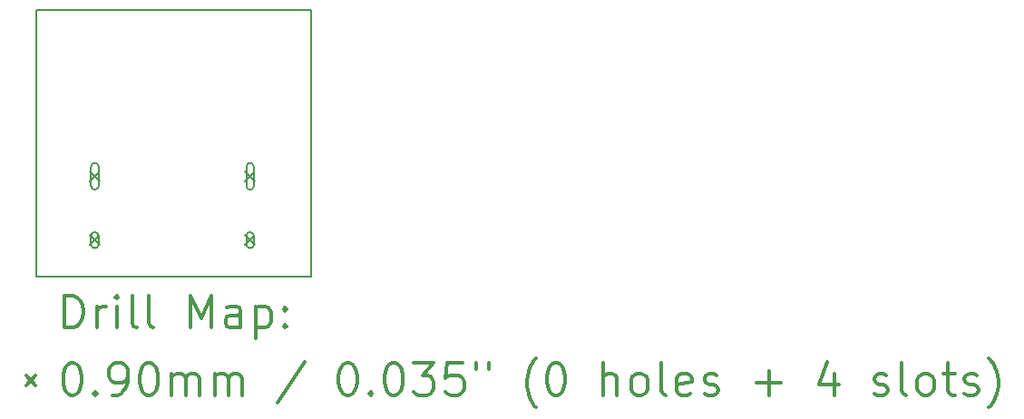
<source format=gbr>
%FSLAX45Y45*%
G04 Gerber Fmt 4.5, Leading zero omitted, Abs format (unit mm)*
G04 Created by KiCad (PCBNEW 4.0.4-stable) date Tuesday 14 February 2017 01:11:53*
%MOMM*%
%LPD*%
G01*
G04 APERTURE LIST*
%ADD10C,0.127000*%
%ADD11C,0.150000*%
%ADD12C,0.200000*%
%ADD13C,0.300000*%
G04 APERTURE END LIST*
D10*
D11*
X14833600Y-12801600D02*
X17399000Y-12801600D01*
X17399000Y-10312400D02*
X14833600Y-10312400D01*
X17399000Y-10312400D02*
X17399000Y-12801600D01*
X14833600Y-12801600D02*
X14833600Y-10312400D01*
D12*
X15333600Y-11816800D02*
X15423600Y-11906800D01*
X15423600Y-11816800D02*
X15333600Y-11906800D01*
X15343600Y-11771800D02*
X15343600Y-11951800D01*
X15413600Y-11771800D02*
X15413600Y-11951800D01*
X15343600Y-11951800D02*
G75*
G03X15413600Y-11951800I35000J0D01*
G01*
X15413600Y-11771800D02*
G75*
G03X15343600Y-11771800I-35000J0D01*
G01*
X15333600Y-12412800D02*
X15423600Y-12502800D01*
X15423600Y-12412800D02*
X15333600Y-12502800D01*
X15343600Y-12417800D02*
X15343600Y-12497800D01*
X15413600Y-12417800D02*
X15413600Y-12497800D01*
X15343600Y-12497800D02*
G75*
G03X15413600Y-12497800I35000J0D01*
G01*
X15413600Y-12417800D02*
G75*
G03X15343600Y-12417800I-35000J0D01*
G01*
X16783600Y-11816800D02*
X16873600Y-11906800D01*
X16873600Y-11816800D02*
X16783600Y-11906800D01*
X16793600Y-11771800D02*
X16793600Y-11951800D01*
X16863600Y-11771800D02*
X16863600Y-11951800D01*
X16793600Y-11951800D02*
G75*
G03X16863600Y-11951800I35000J0D01*
G01*
X16863600Y-11771800D02*
G75*
G03X16793600Y-11771800I-35000J0D01*
G01*
X16783600Y-12412800D02*
X16873600Y-12502800D01*
X16873600Y-12412800D02*
X16783600Y-12502800D01*
X16793600Y-12417800D02*
X16793600Y-12497800D01*
X16863600Y-12417800D02*
X16863600Y-12497800D01*
X16793600Y-12497800D02*
G75*
G03X16863600Y-12497800I35000J0D01*
G01*
X16863600Y-12417800D02*
G75*
G03X16793600Y-12417800I-35000J0D01*
G01*
D13*
X15097528Y-13274814D02*
X15097528Y-12974814D01*
X15168957Y-12974814D01*
X15211814Y-12989100D01*
X15240386Y-13017671D01*
X15254671Y-13046243D01*
X15268957Y-13103386D01*
X15268957Y-13146243D01*
X15254671Y-13203386D01*
X15240386Y-13231957D01*
X15211814Y-13260529D01*
X15168957Y-13274814D01*
X15097528Y-13274814D01*
X15397528Y-13274814D02*
X15397528Y-13074814D01*
X15397528Y-13131957D02*
X15411814Y-13103386D01*
X15426100Y-13089100D01*
X15454671Y-13074814D01*
X15483243Y-13074814D01*
X15583243Y-13274814D02*
X15583243Y-13074814D01*
X15583243Y-12974814D02*
X15568957Y-12989100D01*
X15583243Y-13003386D01*
X15597528Y-12989100D01*
X15583243Y-12974814D01*
X15583243Y-13003386D01*
X15768957Y-13274814D02*
X15740386Y-13260529D01*
X15726100Y-13231957D01*
X15726100Y-12974814D01*
X15926100Y-13274814D02*
X15897528Y-13260529D01*
X15883243Y-13231957D01*
X15883243Y-12974814D01*
X16268957Y-13274814D02*
X16268957Y-12974814D01*
X16368957Y-13189100D01*
X16468957Y-12974814D01*
X16468957Y-13274814D01*
X16740386Y-13274814D02*
X16740386Y-13117671D01*
X16726100Y-13089100D01*
X16697528Y-13074814D01*
X16640386Y-13074814D01*
X16611814Y-13089100D01*
X16740386Y-13260529D02*
X16711814Y-13274814D01*
X16640386Y-13274814D01*
X16611814Y-13260529D01*
X16597528Y-13231957D01*
X16597528Y-13203386D01*
X16611814Y-13174814D01*
X16640386Y-13160529D01*
X16711814Y-13160529D01*
X16740386Y-13146243D01*
X16883243Y-13074814D02*
X16883243Y-13374814D01*
X16883243Y-13089100D02*
X16911814Y-13074814D01*
X16968957Y-13074814D01*
X16997529Y-13089100D01*
X17011814Y-13103386D01*
X17026100Y-13131957D01*
X17026100Y-13217671D01*
X17011814Y-13246243D01*
X16997529Y-13260529D01*
X16968957Y-13274814D01*
X16911814Y-13274814D01*
X16883243Y-13260529D01*
X17154671Y-13246243D02*
X17168957Y-13260529D01*
X17154671Y-13274814D01*
X17140386Y-13260529D01*
X17154671Y-13246243D01*
X17154671Y-13274814D01*
X17154671Y-13089100D02*
X17168957Y-13103386D01*
X17154671Y-13117671D01*
X17140386Y-13103386D01*
X17154671Y-13089100D01*
X17154671Y-13117671D01*
X14736100Y-13724100D02*
X14826100Y-13814100D01*
X14826100Y-13724100D02*
X14736100Y-13814100D01*
X15154671Y-13604814D02*
X15183243Y-13604814D01*
X15211814Y-13619100D01*
X15226100Y-13633386D01*
X15240386Y-13661957D01*
X15254671Y-13719100D01*
X15254671Y-13790529D01*
X15240386Y-13847671D01*
X15226100Y-13876243D01*
X15211814Y-13890529D01*
X15183243Y-13904814D01*
X15154671Y-13904814D01*
X15126100Y-13890529D01*
X15111814Y-13876243D01*
X15097528Y-13847671D01*
X15083243Y-13790529D01*
X15083243Y-13719100D01*
X15097528Y-13661957D01*
X15111814Y-13633386D01*
X15126100Y-13619100D01*
X15154671Y-13604814D01*
X15383243Y-13876243D02*
X15397528Y-13890529D01*
X15383243Y-13904814D01*
X15368957Y-13890529D01*
X15383243Y-13876243D01*
X15383243Y-13904814D01*
X15540386Y-13904814D02*
X15597528Y-13904814D01*
X15626100Y-13890529D01*
X15640386Y-13876243D01*
X15668957Y-13833386D01*
X15683243Y-13776243D01*
X15683243Y-13661957D01*
X15668957Y-13633386D01*
X15654671Y-13619100D01*
X15626100Y-13604814D01*
X15568957Y-13604814D01*
X15540386Y-13619100D01*
X15526100Y-13633386D01*
X15511814Y-13661957D01*
X15511814Y-13733386D01*
X15526100Y-13761957D01*
X15540386Y-13776243D01*
X15568957Y-13790529D01*
X15626100Y-13790529D01*
X15654671Y-13776243D01*
X15668957Y-13761957D01*
X15683243Y-13733386D01*
X15868957Y-13604814D02*
X15897528Y-13604814D01*
X15926100Y-13619100D01*
X15940386Y-13633386D01*
X15954671Y-13661957D01*
X15968957Y-13719100D01*
X15968957Y-13790529D01*
X15954671Y-13847671D01*
X15940386Y-13876243D01*
X15926100Y-13890529D01*
X15897528Y-13904814D01*
X15868957Y-13904814D01*
X15840386Y-13890529D01*
X15826100Y-13876243D01*
X15811814Y-13847671D01*
X15797528Y-13790529D01*
X15797528Y-13719100D01*
X15811814Y-13661957D01*
X15826100Y-13633386D01*
X15840386Y-13619100D01*
X15868957Y-13604814D01*
X16097528Y-13904814D02*
X16097528Y-13704814D01*
X16097528Y-13733386D02*
X16111814Y-13719100D01*
X16140386Y-13704814D01*
X16183243Y-13704814D01*
X16211814Y-13719100D01*
X16226100Y-13747671D01*
X16226100Y-13904814D01*
X16226100Y-13747671D02*
X16240386Y-13719100D01*
X16268957Y-13704814D01*
X16311814Y-13704814D01*
X16340386Y-13719100D01*
X16354671Y-13747671D01*
X16354671Y-13904814D01*
X16497528Y-13904814D02*
X16497528Y-13704814D01*
X16497528Y-13733386D02*
X16511814Y-13719100D01*
X16540386Y-13704814D01*
X16583243Y-13704814D01*
X16611814Y-13719100D01*
X16626100Y-13747671D01*
X16626100Y-13904814D01*
X16626100Y-13747671D02*
X16640386Y-13719100D01*
X16668957Y-13704814D01*
X16711814Y-13704814D01*
X16740386Y-13719100D01*
X16754671Y-13747671D01*
X16754671Y-13904814D01*
X17340386Y-13590529D02*
X17083243Y-13976243D01*
X17726100Y-13604814D02*
X17754671Y-13604814D01*
X17783243Y-13619100D01*
X17797528Y-13633386D01*
X17811814Y-13661957D01*
X17826100Y-13719100D01*
X17826100Y-13790529D01*
X17811814Y-13847671D01*
X17797528Y-13876243D01*
X17783243Y-13890529D01*
X17754671Y-13904814D01*
X17726100Y-13904814D01*
X17697528Y-13890529D01*
X17683243Y-13876243D01*
X17668957Y-13847671D01*
X17654671Y-13790529D01*
X17654671Y-13719100D01*
X17668957Y-13661957D01*
X17683243Y-13633386D01*
X17697528Y-13619100D01*
X17726100Y-13604814D01*
X17954671Y-13876243D02*
X17968957Y-13890529D01*
X17954671Y-13904814D01*
X17940386Y-13890529D01*
X17954671Y-13876243D01*
X17954671Y-13904814D01*
X18154671Y-13604814D02*
X18183243Y-13604814D01*
X18211814Y-13619100D01*
X18226100Y-13633386D01*
X18240386Y-13661957D01*
X18254671Y-13719100D01*
X18254671Y-13790529D01*
X18240386Y-13847671D01*
X18226100Y-13876243D01*
X18211814Y-13890529D01*
X18183243Y-13904814D01*
X18154671Y-13904814D01*
X18126100Y-13890529D01*
X18111814Y-13876243D01*
X18097528Y-13847671D01*
X18083243Y-13790529D01*
X18083243Y-13719100D01*
X18097528Y-13661957D01*
X18111814Y-13633386D01*
X18126100Y-13619100D01*
X18154671Y-13604814D01*
X18354671Y-13604814D02*
X18540386Y-13604814D01*
X18440386Y-13719100D01*
X18483243Y-13719100D01*
X18511814Y-13733386D01*
X18526100Y-13747671D01*
X18540386Y-13776243D01*
X18540386Y-13847671D01*
X18526100Y-13876243D01*
X18511814Y-13890529D01*
X18483243Y-13904814D01*
X18397528Y-13904814D01*
X18368957Y-13890529D01*
X18354671Y-13876243D01*
X18811814Y-13604814D02*
X18668957Y-13604814D01*
X18654671Y-13747671D01*
X18668957Y-13733386D01*
X18697528Y-13719100D01*
X18768957Y-13719100D01*
X18797528Y-13733386D01*
X18811814Y-13747671D01*
X18826100Y-13776243D01*
X18826100Y-13847671D01*
X18811814Y-13876243D01*
X18797528Y-13890529D01*
X18768957Y-13904814D01*
X18697528Y-13904814D01*
X18668957Y-13890529D01*
X18654671Y-13876243D01*
X18940386Y-13604814D02*
X18940386Y-13661957D01*
X19054671Y-13604814D02*
X19054671Y-13661957D01*
X19497528Y-14019100D02*
X19483243Y-14004814D01*
X19454671Y-13961957D01*
X19440386Y-13933386D01*
X19426100Y-13890529D01*
X19411814Y-13819100D01*
X19411814Y-13761957D01*
X19426100Y-13690529D01*
X19440386Y-13647671D01*
X19454671Y-13619100D01*
X19483243Y-13576243D01*
X19497528Y-13561957D01*
X19668957Y-13604814D02*
X19697528Y-13604814D01*
X19726100Y-13619100D01*
X19740386Y-13633386D01*
X19754671Y-13661957D01*
X19768957Y-13719100D01*
X19768957Y-13790529D01*
X19754671Y-13847671D01*
X19740386Y-13876243D01*
X19726100Y-13890529D01*
X19697528Y-13904814D01*
X19668957Y-13904814D01*
X19640386Y-13890529D01*
X19626100Y-13876243D01*
X19611814Y-13847671D01*
X19597528Y-13790529D01*
X19597528Y-13719100D01*
X19611814Y-13661957D01*
X19626100Y-13633386D01*
X19640386Y-13619100D01*
X19668957Y-13604814D01*
X20126100Y-13904814D02*
X20126100Y-13604814D01*
X20254671Y-13904814D02*
X20254671Y-13747671D01*
X20240386Y-13719100D01*
X20211814Y-13704814D01*
X20168957Y-13704814D01*
X20140386Y-13719100D01*
X20126100Y-13733386D01*
X20440386Y-13904814D02*
X20411814Y-13890529D01*
X20397528Y-13876243D01*
X20383243Y-13847671D01*
X20383243Y-13761957D01*
X20397528Y-13733386D01*
X20411814Y-13719100D01*
X20440386Y-13704814D01*
X20483243Y-13704814D01*
X20511814Y-13719100D01*
X20526100Y-13733386D01*
X20540386Y-13761957D01*
X20540386Y-13847671D01*
X20526100Y-13876243D01*
X20511814Y-13890529D01*
X20483243Y-13904814D01*
X20440386Y-13904814D01*
X20711814Y-13904814D02*
X20683243Y-13890529D01*
X20668957Y-13861957D01*
X20668957Y-13604814D01*
X20940386Y-13890529D02*
X20911814Y-13904814D01*
X20854671Y-13904814D01*
X20826100Y-13890529D01*
X20811814Y-13861957D01*
X20811814Y-13747671D01*
X20826100Y-13719100D01*
X20854671Y-13704814D01*
X20911814Y-13704814D01*
X20940386Y-13719100D01*
X20954671Y-13747671D01*
X20954671Y-13776243D01*
X20811814Y-13804814D01*
X21068957Y-13890529D02*
X21097529Y-13904814D01*
X21154671Y-13904814D01*
X21183243Y-13890529D01*
X21197529Y-13861957D01*
X21197529Y-13847671D01*
X21183243Y-13819100D01*
X21154671Y-13804814D01*
X21111814Y-13804814D01*
X21083243Y-13790529D01*
X21068957Y-13761957D01*
X21068957Y-13747671D01*
X21083243Y-13719100D01*
X21111814Y-13704814D01*
X21154671Y-13704814D01*
X21183243Y-13719100D01*
X21554671Y-13790529D02*
X21783243Y-13790529D01*
X21668957Y-13904814D02*
X21668957Y-13676243D01*
X22283243Y-13704814D02*
X22283243Y-13904814D01*
X22211814Y-13590529D02*
X22140386Y-13804814D01*
X22326100Y-13804814D01*
X22654671Y-13890529D02*
X22683243Y-13904814D01*
X22740385Y-13904814D01*
X22768957Y-13890529D01*
X22783243Y-13861957D01*
X22783243Y-13847671D01*
X22768957Y-13819100D01*
X22740385Y-13804814D01*
X22697528Y-13804814D01*
X22668957Y-13790529D01*
X22654671Y-13761957D01*
X22654671Y-13747671D01*
X22668957Y-13719100D01*
X22697528Y-13704814D01*
X22740385Y-13704814D01*
X22768957Y-13719100D01*
X22954671Y-13904814D02*
X22926100Y-13890529D01*
X22911814Y-13861957D01*
X22911814Y-13604814D01*
X23111814Y-13904814D02*
X23083243Y-13890529D01*
X23068957Y-13876243D01*
X23054671Y-13847671D01*
X23054671Y-13761957D01*
X23068957Y-13733386D01*
X23083243Y-13719100D01*
X23111814Y-13704814D01*
X23154671Y-13704814D01*
X23183243Y-13719100D01*
X23197528Y-13733386D01*
X23211814Y-13761957D01*
X23211814Y-13847671D01*
X23197528Y-13876243D01*
X23183243Y-13890529D01*
X23154671Y-13904814D01*
X23111814Y-13904814D01*
X23297528Y-13704814D02*
X23411814Y-13704814D01*
X23340386Y-13604814D02*
X23340386Y-13861957D01*
X23354671Y-13890529D01*
X23383243Y-13904814D01*
X23411814Y-13904814D01*
X23497528Y-13890529D02*
X23526100Y-13904814D01*
X23583243Y-13904814D01*
X23611814Y-13890529D01*
X23626100Y-13861957D01*
X23626100Y-13847671D01*
X23611814Y-13819100D01*
X23583243Y-13804814D01*
X23540386Y-13804814D01*
X23511814Y-13790529D01*
X23497528Y-13761957D01*
X23497528Y-13747671D01*
X23511814Y-13719100D01*
X23540386Y-13704814D01*
X23583243Y-13704814D01*
X23611814Y-13719100D01*
X23726100Y-14019100D02*
X23740386Y-14004814D01*
X23768957Y-13961957D01*
X23783243Y-13933386D01*
X23797528Y-13890529D01*
X23811814Y-13819100D01*
X23811814Y-13761957D01*
X23797528Y-13690529D01*
X23783243Y-13647671D01*
X23768957Y-13619100D01*
X23740386Y-13576243D01*
X23726100Y-13561957D01*
M02*

</source>
